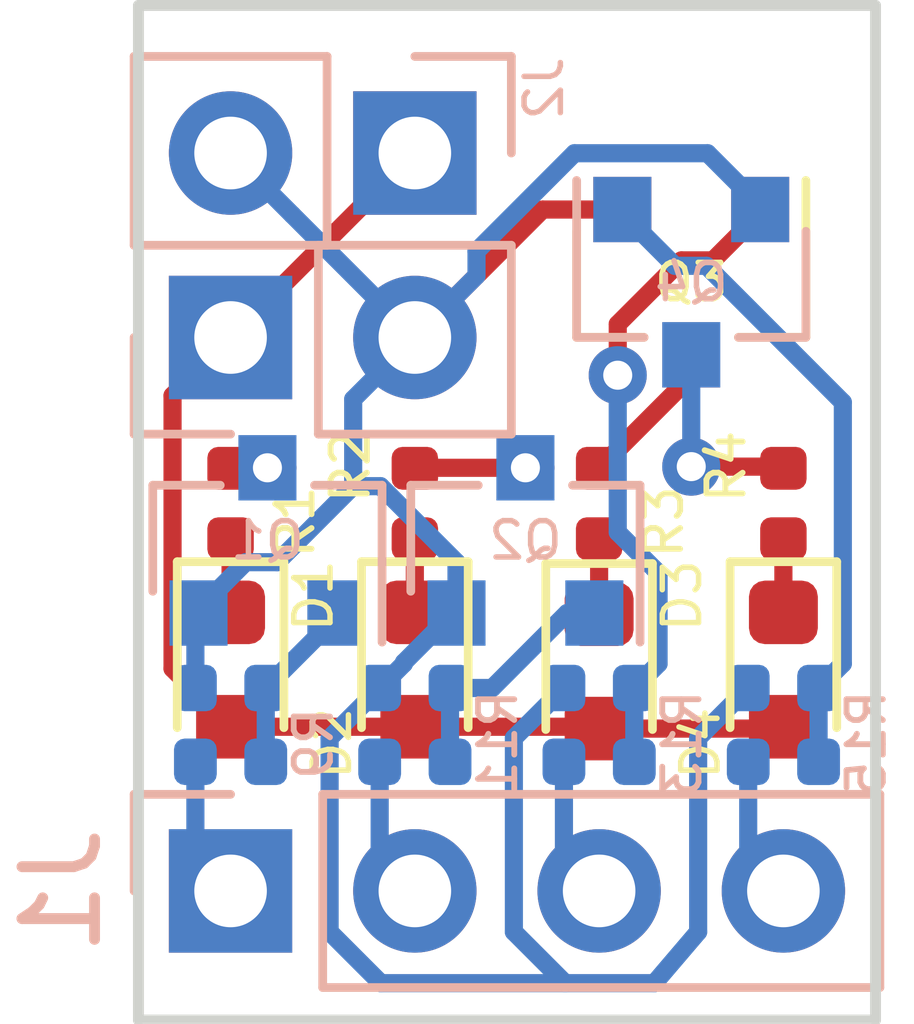
<source format=kicad_pcb>
(kicad_pcb (version 20171130) (host pcbnew "(5.0.2)-1")

  (general
    (thickness 1.6)
    (drawings 4)
    (tracks 95)
    (zones 0)
    (modules 23)
    (nets 19)
  )

  (page A4)
  (layers
    (0 F.Cu signal)
    (31 B.Cu signal)
    (32 B.Adhes user hide)
    (33 F.Adhes user hide)
    (34 B.Paste user hide)
    (35 F.Paste user hide)
    (36 B.SilkS user)
    (37 F.SilkS user)
    (38 B.Mask user hide)
    (39 F.Mask user hide)
    (40 Dwgs.User user hide)
    (41 Cmts.User user hide)
    (42 Eco1.User user hide)
    (43 Eco2.User user hide)
    (44 Edge.Cuts user)
    (45 Margin user hide)
    (46 B.CrtYd user)
    (47 F.CrtYd user)
    (48 B.Fab user hide)
    (49 F.Fab user hide)
  )

  (setup
    (last_trace_width 0.25)
    (trace_clearance 0.2)
    (zone_clearance 0.508)
    (zone_45_only no)
    (trace_min 0.2)
    (segment_width 0.2)
    (edge_width 0.15)
    (via_size 0.8)
    (via_drill 0.4)
    (via_min_size 0.4)
    (via_min_drill 0.3)
    (uvia_size 0.3)
    (uvia_drill 0.1)
    (uvias_allowed no)
    (uvia_min_size 0.2)
    (uvia_min_drill 0.1)
    (pcb_text_width 0.3)
    (pcb_text_size 1.5 1.5)
    (mod_edge_width 0.15)
    (mod_text_size 1 1)
    (mod_text_width 0.15)
    (pad_size 1.524 1.524)
    (pad_drill 0.762)
    (pad_to_mask_clearance 0.051)
    (solder_mask_min_width 0.25)
    (aux_axis_origin 0 0)
    (grid_origin 126.746 105.918)
    (visible_elements 7FFFFFFF)
    (pcbplotparams
      (layerselection 0x010fc_ffffffff)
      (usegerberextensions false)
      (usegerberattributes false)
      (usegerberadvancedattributes false)
      (creategerberjobfile false)
      (excludeedgelayer true)
      (linewidth 0.100000)
      (plotframeref false)
      (viasonmask false)
      (mode 1)
      (useauxorigin false)
      (hpglpennumber 1)
      (hpglpenspeed 20)
      (hpglpendiameter 15.000000)
      (psnegative false)
      (psa4output false)
      (plotreference true)
      (plotvalue true)
      (plotinvisibletext false)
      (padsonsilk false)
      (subtractmaskfromsilk false)
      (outputformat 1)
      (mirror false)
      (drillshape 0)
      (scaleselection 1)
      (outputdirectory "plots"))
  )

  (net 0 "")
  (net 1 "Net-(Q1-Pad1)")
  (net 2 "Net-(J1-Pad1)")
  (net 3 "Net-(Q4-Pad3)")
  (net 4 "Net-(D4-Pad1)")
  (net 5 "Net-(Q4-Pad1)")
  (net 6 "Net-(J1-Pad4)")
  (net 7 "Net-(Q3-Pad3)")
  (net 8 "Net-(D3-Pad1)")
  (net 9 "Net-(Q3-Pad1)")
  (net 10 "Net-(J1-Pad3)")
  (net 11 "Net-(Q2-Pad3)")
  (net 12 "Net-(D2-Pad1)")
  (net 13 "Net-(Q2-Pad1)")
  (net 14 "Net-(J1-Pad2)")
  (net 15 "Net-(Q1-Pad3)")
  (net 16 "Net-(D1-Pad1)")
  (net 17 GND)
  (net 18 VCC)

  (net_class Default "This is the default net class."
    (clearance 0.2)
    (trace_width 0.25)
    (via_dia 0.8)
    (via_drill 0.4)
    (uvia_dia 0.3)
    (uvia_drill 0.1)
    (add_net GND)
    (add_net "Net-(D1-Pad1)")
    (add_net "Net-(D2-Pad1)")
    (add_net "Net-(D3-Pad1)")
    (add_net "Net-(D4-Pad1)")
    (add_net "Net-(J1-Pad1)")
    (add_net "Net-(J1-Pad2)")
    (add_net "Net-(J1-Pad3)")
    (add_net "Net-(J1-Pad4)")
    (add_net "Net-(Q1-Pad1)")
    (add_net "Net-(Q1-Pad3)")
    (add_net "Net-(Q2-Pad1)")
    (add_net "Net-(Q2-Pad3)")
    (add_net "Net-(Q3-Pad1)")
    (add_net "Net-(Q3-Pad3)")
    (add_net "Net-(Q4-Pad1)")
    (add_net "Net-(Q4-Pad3)")
    (add_net VCC)
  )

  (module Connector_PinHeader_2.54mm:PinHeader_1x02_P2.54mm_Vertical (layer B.Cu) (tedit 5C710FCD) (tstamp 5C71E42C)
    (at 132.842 91.948 180)
    (descr "Through hole straight pin header, 1x02, 2.54mm pitch, single row")
    (tags "Through hole pin header THT 1x02 2.54mm single row")
    (path /5C70CE8D)
    (fp_text reference J2 (at -1.778 0.889 270) (layer B.SilkS)
      (effects (font (size 0.5 0.5) (thickness 0.075)) (justify mirror))
    )
    (fp_text value Conn_01x02_Male (at 0 -4.87 180) (layer B.Fab)
      (effects (font (size 1 1) (thickness 0.15)) (justify mirror))
    )
    (fp_line (start -0.635 1.27) (end 1.27 1.27) (layer B.Fab) (width 0.1))
    (fp_line (start 1.27 1.27) (end 1.27 -3.81) (layer B.Fab) (width 0.1))
    (fp_line (start 1.27 -3.81) (end -1.27 -3.81) (layer B.Fab) (width 0.1))
    (fp_line (start -1.27 -3.81) (end -1.27 0.635) (layer B.Fab) (width 0.1))
    (fp_line (start -1.27 0.635) (end -0.635 1.27) (layer B.Fab) (width 0.1))
    (fp_line (start -1.33 -3.87) (end 1.33 -3.87) (layer B.SilkS) (width 0.12))
    (fp_line (start -1.33 -1.27) (end -1.33 -3.87) (layer B.SilkS) (width 0.12))
    (fp_line (start 1.33 -1.27) (end 1.33 -3.87) (layer B.SilkS) (width 0.12))
    (fp_line (start -1.33 -1.27) (end 1.33 -1.27) (layer B.SilkS) (width 0.12))
    (fp_line (start -1.33 0) (end -1.33 1.33) (layer B.SilkS) (width 0.12))
    (fp_line (start -1.33 1.33) (end 0 1.33) (layer B.SilkS) (width 0.12))
    (fp_line (start -1.8 1.8) (end -1.8 -4.35) (layer B.CrtYd) (width 0.05))
    (fp_line (start -1.8 -4.35) (end 1.8 -4.35) (layer B.CrtYd) (width 0.05))
    (fp_line (start 1.8 -4.35) (end 1.8 1.8) (layer B.CrtYd) (width 0.05))
    (fp_line (start 1.8 1.8) (end -1.8 1.8) (layer B.CrtYd) (width 0.05))
    (fp_text user %R (at 0 -1.27 90) (layer B.Fab)
      (effects (font (size 1 1) (thickness 0.15)) (justify mirror))
    )
    (pad 1 thru_hole rect (at 0 0 180) (size 1.7 1.7) (drill 1) (layers *.Cu *.Mask)
      (net 18 VCC))
    (pad 2 thru_hole oval (at 0 -2.54 180) (size 1.7 1.7) (drill 1) (layers *.Cu *.Mask)
      (net 17 GND))
    (model ${KISYS3DMOD}/Connector_PinHeader_2.54mm.3dshapes/PinHeader_1x02_P2.54mm_Vertical.wrl
      (at (xyz 0 0 0))
      (scale (xyz 1 1 1))
      (rotate (xyz 0 0 0))
    )
  )

  (module Connector_PinHeader_2.54mm:PinHeader_1x04_P2.54mm_Vertical (layer B.Cu) (tedit 59FED5CC) (tstamp 5CD08789)
    (at 130.302 102.108 270)
    (descr "Through hole straight pin header, 1x04, 2.54mm pitch, single row")
    (tags "Through hole pin header THT 1x04 2.54mm single row")
    (path /5C70CCC1)
    (fp_text reference J1 (at 0 2.33 270) (layer B.SilkS)
      (effects (font (size 1 1) (thickness 0.15)) (justify mirror))
    )
    (fp_text value Conn_01x08_Male (at 0 -9.95 270) (layer B.Fab)
      (effects (font (size 1 1) (thickness 0.15)) (justify mirror))
    )
    (fp_line (start -0.635 1.27) (end 1.27 1.27) (layer B.Fab) (width 0.1))
    (fp_line (start 1.27 1.27) (end 1.27 -8.89) (layer B.Fab) (width 0.1))
    (fp_line (start 1.27 -8.89) (end -1.27 -8.89) (layer B.Fab) (width 0.1))
    (fp_line (start -1.27 -8.89) (end -1.27 0.635) (layer B.Fab) (width 0.1))
    (fp_line (start -1.27 0.635) (end -0.635 1.27) (layer B.Fab) (width 0.1))
    (fp_line (start -1.33 -8.95) (end 1.33 -8.95) (layer B.SilkS) (width 0.12))
    (fp_line (start -1.33 -1.27) (end -1.33 -8.95) (layer B.SilkS) (width 0.12))
    (fp_line (start 1.33 -1.27) (end 1.33 -8.95) (layer B.SilkS) (width 0.12))
    (fp_line (start -1.33 -1.27) (end 1.33 -1.27) (layer B.SilkS) (width 0.12))
    (fp_line (start -1.33 0) (end -1.33 1.33) (layer B.SilkS) (width 0.12))
    (fp_line (start -1.33 1.33) (end 0 1.33) (layer B.SilkS) (width 0.12))
    (fp_line (start -1.8 1.8) (end -1.8 -9.4) (layer B.CrtYd) (width 0.05))
    (fp_line (start -1.8 -9.4) (end 1.8 -9.4) (layer B.CrtYd) (width 0.05))
    (fp_line (start 1.8 -9.4) (end 1.8 1.8) (layer B.CrtYd) (width 0.05))
    (fp_line (start 1.8 1.8) (end -1.8 1.8) (layer B.CrtYd) (width 0.05))
    (fp_text user %R (at 0 -3.81 180) (layer B.Fab)
      (effects (font (size 1 1) (thickness 0.15)) (justify mirror))
    )
    (pad 1 thru_hole rect (at 0 0 270) (size 1.7 1.7) (drill 1) (layers *.Cu *.Mask)
      (net 2 "Net-(J1-Pad1)"))
    (pad 2 thru_hole oval (at 0 -2.54 270) (size 1.7 1.7) (drill 1) (layers *.Cu *.Mask)
      (net 14 "Net-(J1-Pad2)"))
    (pad 3 thru_hole oval (at 0 -5.08 270) (size 1.7 1.7) (drill 1) (layers *.Cu *.Mask)
      (net 10 "Net-(J1-Pad3)"))
    (pad 4 thru_hole oval (at 0 -7.62 270) (size 1.7 1.7) (drill 1) (layers *.Cu *.Mask)
      (net 6 "Net-(J1-Pad4)"))
    (model ${KISYS3DMOD}/Connector_PinHeader_2.54mm.3dshapes/PinHeader_1x04_P2.54mm_Vertical.wrl
      (at (xyz 0 0 0))
      (scale (xyz 1 1 1))
      (rotate (xyz 0 0 0))
    )
  )

  (module Resistor_SMD:R_0402_1005Metric (layer B.Cu) (tedit 5C75F6FE) (tstamp 5C760652)
    (at 137.922 99.314 180)
    (descr "Resistor SMD 0402 (1005 Metric), square (rectangular) end terminal, IPC_7351 nominal, (Body size source: http://www.tortai-tech.com/upload/download/2011102023233369053.pdf), generated with kicad-footprint-generator")
    (tags resistor)
    (path /5C796F6E)
    (attr smd)
    (fp_text reference R16 (at 0 1.17 180) (layer B.SilkS) hide
      (effects (font (size 1 1) (thickness 0.15)) (justify mirror))
    )
    (fp_text value 47k (at 0 -1.17 180) (layer B.Fab)
      (effects (font (size 1 1) (thickness 0.15)) (justify mirror))
    )
    (fp_text user %R (at 0 0 180) (layer B.Fab)
      (effects (font (size 0.25 0.25) (thickness 0.04)) (justify mirror))
    )
    (fp_line (start 0.93 -0.47) (end -0.93 -0.47) (layer B.CrtYd) (width 0.05))
    (fp_line (start 0.93 0.47) (end 0.93 -0.47) (layer B.CrtYd) (width 0.05))
    (fp_line (start -0.93 0.47) (end 0.93 0.47) (layer B.CrtYd) (width 0.05))
    (fp_line (start -0.93 -0.47) (end -0.93 0.47) (layer B.CrtYd) (width 0.05))
    (fp_line (start 0.5 -0.25) (end -0.5 -0.25) (layer B.Fab) (width 0.1))
    (fp_line (start 0.5 0.25) (end 0.5 -0.25) (layer B.Fab) (width 0.1))
    (fp_line (start -0.5 0.25) (end 0.5 0.25) (layer B.Fab) (width 0.1))
    (fp_line (start -0.5 -0.25) (end -0.5 0.25) (layer B.Fab) (width 0.1))
    (pad 2 smd roundrect (at 0.485 0 180) (size 0.59 0.64) (layers B.Cu B.Paste B.Mask) (roundrect_rratio 0.25)
      (net 17 GND))
    (pad 1 smd roundrect (at -0.485 0 180) (size 0.59 0.64) (layers B.Cu B.Paste B.Mask) (roundrect_rratio 0.25)
      (net 5 "Net-(Q4-Pad1)"))
    (model ${KISYS3DMOD}/Resistor_SMD.3dshapes/R_0402_1005Metric.wrl
      (at (xyz 0 0 0))
      (scale (xyz 1 1 1))
      (rotate (xyz 0 0 0))
    )
  )

  (module Resistor_SMD:R_0402_1005Metric (layer B.Cu) (tedit 5C75F789) (tstamp 5C760644)
    (at 137.922 100.33)
    (descr "Resistor SMD 0402 (1005 Metric), square (rectangular) end terminal, IPC_7351 nominal, (Body size source: http://www.tortai-tech.com/upload/download/2011102023233369053.pdf), generated with kicad-footprint-generator")
    (tags resistor)
    (path /5C710270)
    (attr smd)
    (fp_text reference R15 (at 1.143 -0.254 90) (layer B.SilkS)
      (effects (font (size 0.5 0.5) (thickness 0.08)) (justify mirror))
    )
    (fp_text value 47k (at 0 -1.17) (layer B.Fab)
      (effects (font (size 1 1) (thickness 0.15)) (justify mirror))
    )
    (fp_line (start -0.5 -0.25) (end -0.5 0.25) (layer B.Fab) (width 0.1))
    (fp_line (start -0.5 0.25) (end 0.5 0.25) (layer B.Fab) (width 0.1))
    (fp_line (start 0.5 0.25) (end 0.5 -0.25) (layer B.Fab) (width 0.1))
    (fp_line (start 0.5 -0.25) (end -0.5 -0.25) (layer B.Fab) (width 0.1))
    (fp_line (start -0.93 -0.47) (end -0.93 0.47) (layer B.CrtYd) (width 0.05))
    (fp_line (start -0.93 0.47) (end 0.93 0.47) (layer B.CrtYd) (width 0.05))
    (fp_line (start 0.93 0.47) (end 0.93 -0.47) (layer B.CrtYd) (width 0.05))
    (fp_line (start 0.93 -0.47) (end -0.93 -0.47) (layer B.CrtYd) (width 0.05))
    (fp_text user %R (at 0 0) (layer B.Fab)
      (effects (font (size 0.25 0.25) (thickness 0.04)) (justify mirror))
    )
    (pad 1 smd roundrect (at -0.485 0) (size 0.59 0.64) (layers B.Cu B.Paste B.Mask) (roundrect_rratio 0.25)
      (net 6 "Net-(J1-Pad4)"))
    (pad 2 smd roundrect (at 0.485 0) (size 0.59 0.64) (layers B.Cu B.Paste B.Mask) (roundrect_rratio 0.25)
      (net 5 "Net-(Q4-Pad1)"))
    (model ${KISYS3DMOD}/Resistor_SMD.3dshapes/R_0402_1005Metric.wrl
      (at (xyz 0 0 0))
      (scale (xyz 1 1 1))
      (rotate (xyz 0 0 0))
    )
  )

  (module Resistor_SMD:R_0402_1005Metric (layer B.Cu) (tedit 5C75F7B2) (tstamp 5C76060C)
    (at 130.302 100.33)
    (descr "Resistor SMD 0402 (1005 Metric), square (rectangular) end terminal, IPC_7351 nominal, (Body size source: http://www.tortai-tech.com/upload/download/2011102023233369053.pdf), generated with kicad-footprint-generator")
    (tags resistor)
    (path /5C70EAA3)
    (attr smd)
    (fp_text reference R9 (at 1.143 -0.254 90) (layer B.SilkS)
      (effects (font (size 0.5 0.5) (thickness 0.08)) (justify mirror))
    )
    (fp_text value 47k (at 0 -1.17) (layer B.Fab)
      (effects (font (size 1 1) (thickness 0.15)) (justify mirror))
    )
    (fp_line (start -0.5 -0.25) (end -0.5 0.25) (layer B.Fab) (width 0.1))
    (fp_line (start -0.5 0.25) (end 0.5 0.25) (layer B.Fab) (width 0.1))
    (fp_line (start 0.5 0.25) (end 0.5 -0.25) (layer B.Fab) (width 0.1))
    (fp_line (start 0.5 -0.25) (end -0.5 -0.25) (layer B.Fab) (width 0.1))
    (fp_line (start -0.93 -0.47) (end -0.93 0.47) (layer B.CrtYd) (width 0.05))
    (fp_line (start -0.93 0.47) (end 0.93 0.47) (layer B.CrtYd) (width 0.05))
    (fp_line (start 0.93 0.47) (end 0.93 -0.47) (layer B.CrtYd) (width 0.05))
    (fp_line (start 0.93 -0.47) (end -0.93 -0.47) (layer B.CrtYd) (width 0.05))
    (fp_text user %R (at 0 0) (layer B.Fab)
      (effects (font (size 0.25 0.25) (thickness 0.04)) (justify mirror))
    )
    (pad 1 smd roundrect (at -0.485 0) (size 0.59 0.64) (layers B.Cu B.Paste B.Mask) (roundrect_rratio 0.25)
      (net 2 "Net-(J1-Pad1)"))
    (pad 2 smd roundrect (at 0.485 0) (size 0.59 0.64) (layers B.Cu B.Paste B.Mask) (roundrect_rratio 0.25)
      (net 1 "Net-(Q1-Pad1)"))
    (model ${KISYS3DMOD}/Resistor_SMD.3dshapes/R_0402_1005Metric.wrl
      (at (xyz 0 0 0))
      (scale (xyz 1 1 1))
      (rotate (xyz 0 0 0))
    )
  )

  (module Resistor_SMD:R_0402_1005Metric (layer B.Cu) (tedit 5C75F70E) (tstamp 5C7605FE)
    (at 130.302 99.314 180)
    (descr "Resistor SMD 0402 (1005 Metric), square (rectangular) end terminal, IPC_7351 nominal, (Body size source: http://www.tortai-tech.com/upload/download/2011102023233369053.pdf), generated with kicad-footprint-generator")
    (tags resistor)
    (path /5C796DF0)
    (attr smd)
    (fp_text reference R10 (at 0 1.17 180) (layer B.SilkS) hide
      (effects (font (size 1 1) (thickness 0.15)) (justify mirror))
    )
    (fp_text value 47k (at 0 -1.17 180) (layer B.Fab)
      (effects (font (size 1 1) (thickness 0.15)) (justify mirror))
    )
    (fp_text user %R (at 0 0 180) (layer B.Fab)
      (effects (font (size 0.25 0.25) (thickness 0.04)) (justify mirror))
    )
    (fp_line (start 0.93 -0.47) (end -0.93 -0.47) (layer B.CrtYd) (width 0.05))
    (fp_line (start 0.93 0.47) (end 0.93 -0.47) (layer B.CrtYd) (width 0.05))
    (fp_line (start -0.93 0.47) (end 0.93 0.47) (layer B.CrtYd) (width 0.05))
    (fp_line (start -0.93 -0.47) (end -0.93 0.47) (layer B.CrtYd) (width 0.05))
    (fp_line (start 0.5 -0.25) (end -0.5 -0.25) (layer B.Fab) (width 0.1))
    (fp_line (start 0.5 0.25) (end 0.5 -0.25) (layer B.Fab) (width 0.1))
    (fp_line (start -0.5 0.25) (end 0.5 0.25) (layer B.Fab) (width 0.1))
    (fp_line (start -0.5 -0.25) (end -0.5 0.25) (layer B.Fab) (width 0.1))
    (pad 2 smd roundrect (at 0.485 0 180) (size 0.59 0.64) (layers B.Cu B.Paste B.Mask) (roundrect_rratio 0.25)
      (net 17 GND))
    (pad 1 smd roundrect (at -0.485 0 180) (size 0.59 0.64) (layers B.Cu B.Paste B.Mask) (roundrect_rratio 0.25)
      (net 1 "Net-(Q1-Pad1)"))
    (model ${KISYS3DMOD}/Resistor_SMD.3dshapes/R_0402_1005Metric.wrl
      (at (xyz 0 0 0))
      (scale (xyz 1 1 1))
      (rotate (xyz 0 0 0))
    )
  )

  (module Resistor_SMD:R_0402_1005Metric (layer B.Cu) (tedit 5C75F7A3) (tstamp 5C7605F0)
    (at 132.842 100.33)
    (descr "Resistor SMD 0402 (1005 Metric), square (rectangular) end terminal, IPC_7351 nominal, (Body size source: http://www.tortai-tech.com/upload/download/2011102023233369053.pdf), generated with kicad-footprint-generator")
    (tags resistor)
    (path /5C70FA46)
    (attr smd)
    (fp_text reference R11 (at 1.143 -0.254 90) (layer B.SilkS)
      (effects (font (size 0.5 0.5) (thickness 0.08)) (justify mirror))
    )
    (fp_text value 47k (at 0 -1.17) (layer B.Fab)
      (effects (font (size 1 1) (thickness 0.15)) (justify mirror))
    )
    (fp_line (start -0.5 -0.25) (end -0.5 0.25) (layer B.Fab) (width 0.1))
    (fp_line (start -0.5 0.25) (end 0.5 0.25) (layer B.Fab) (width 0.1))
    (fp_line (start 0.5 0.25) (end 0.5 -0.25) (layer B.Fab) (width 0.1))
    (fp_line (start 0.5 -0.25) (end -0.5 -0.25) (layer B.Fab) (width 0.1))
    (fp_line (start -0.93 -0.47) (end -0.93 0.47) (layer B.CrtYd) (width 0.05))
    (fp_line (start -0.93 0.47) (end 0.93 0.47) (layer B.CrtYd) (width 0.05))
    (fp_line (start 0.93 0.47) (end 0.93 -0.47) (layer B.CrtYd) (width 0.05))
    (fp_line (start 0.93 -0.47) (end -0.93 -0.47) (layer B.CrtYd) (width 0.05))
    (fp_text user %R (at 0 0) (layer B.Fab)
      (effects (font (size 0.25 0.25) (thickness 0.04)) (justify mirror))
    )
    (pad 1 smd roundrect (at -0.485 0) (size 0.59 0.64) (layers B.Cu B.Paste B.Mask) (roundrect_rratio 0.25)
      (net 14 "Net-(J1-Pad2)"))
    (pad 2 smd roundrect (at 0.485 0) (size 0.59 0.64) (layers B.Cu B.Paste B.Mask) (roundrect_rratio 0.25)
      (net 13 "Net-(Q2-Pad1)"))
    (model ${KISYS3DMOD}/Resistor_SMD.3dshapes/R_0402_1005Metric.wrl
      (at (xyz 0 0 0))
      (scale (xyz 1 1 1))
      (rotate (xyz 0 0 0))
    )
  )

  (module Resistor_SMD:R_0402_1005Metric (layer B.Cu) (tedit 5C75F70A) (tstamp 5C7605E2)
    (at 132.842 99.314 180)
    (descr "Resistor SMD 0402 (1005 Metric), square (rectangular) end terminal, IPC_7351 nominal, (Body size source: http://www.tortai-tech.com/upload/download/2011102023233369053.pdf), generated with kicad-footprint-generator")
    (tags resistor)
    (path /5C796E7A)
    (attr smd)
    (fp_text reference R12 (at 0 1.17 180) (layer B.SilkS) hide
      (effects (font (size 1 1) (thickness 0.15)) (justify mirror))
    )
    (fp_text value 47k (at 0 -1.17 180) (layer B.Fab)
      (effects (font (size 1 1) (thickness 0.15)) (justify mirror))
    )
    (fp_text user %R (at 0 0 180) (layer B.Fab)
      (effects (font (size 0.25 0.25) (thickness 0.04)) (justify mirror))
    )
    (fp_line (start 0.93 -0.47) (end -0.93 -0.47) (layer B.CrtYd) (width 0.05))
    (fp_line (start 0.93 0.47) (end 0.93 -0.47) (layer B.CrtYd) (width 0.05))
    (fp_line (start -0.93 0.47) (end 0.93 0.47) (layer B.CrtYd) (width 0.05))
    (fp_line (start -0.93 -0.47) (end -0.93 0.47) (layer B.CrtYd) (width 0.05))
    (fp_line (start 0.5 -0.25) (end -0.5 -0.25) (layer B.Fab) (width 0.1))
    (fp_line (start 0.5 0.25) (end 0.5 -0.25) (layer B.Fab) (width 0.1))
    (fp_line (start -0.5 0.25) (end 0.5 0.25) (layer B.Fab) (width 0.1))
    (fp_line (start -0.5 -0.25) (end -0.5 0.25) (layer B.Fab) (width 0.1))
    (pad 2 smd roundrect (at 0.485 0 180) (size 0.59 0.64) (layers B.Cu B.Paste B.Mask) (roundrect_rratio 0.25)
      (net 17 GND))
    (pad 1 smd roundrect (at -0.485 0 180) (size 0.59 0.64) (layers B.Cu B.Paste B.Mask) (roundrect_rratio 0.25)
      (net 13 "Net-(Q2-Pad1)"))
    (model ${KISYS3DMOD}/Resistor_SMD.3dshapes/R_0402_1005Metric.wrl
      (at (xyz 0 0 0))
      (scale (xyz 1 1 1))
      (rotate (xyz 0 0 0))
    )
  )

  (module Resistor_SMD:R_0402_1005Metric (layer B.Cu) (tedit 5C75F795) (tstamp 5C7605D4)
    (at 135.382 100.33)
    (descr "Resistor SMD 0402 (1005 Metric), square (rectangular) end terminal, IPC_7351 nominal, (Body size source: http://www.tortai-tech.com/upload/download/2011102023233369053.pdf), generated with kicad-footprint-generator")
    (tags resistor)
    (path /5C70FF88)
    (attr smd)
    (fp_text reference R13 (at 1.143 -0.254 90) (layer B.SilkS)
      (effects (font (size 0.5 0.5) (thickness 0.08)) (justify mirror))
    )
    (fp_text value 47k (at 0 -1.17) (layer B.Fab)
      (effects (font (size 1 1) (thickness 0.15)) (justify mirror))
    )
    (fp_line (start -0.5 -0.25) (end -0.5 0.25) (layer B.Fab) (width 0.1))
    (fp_line (start -0.5 0.25) (end 0.5 0.25) (layer B.Fab) (width 0.1))
    (fp_line (start 0.5 0.25) (end 0.5 -0.25) (layer B.Fab) (width 0.1))
    (fp_line (start 0.5 -0.25) (end -0.5 -0.25) (layer B.Fab) (width 0.1))
    (fp_line (start -0.93 -0.47) (end -0.93 0.47) (layer B.CrtYd) (width 0.05))
    (fp_line (start -0.93 0.47) (end 0.93 0.47) (layer B.CrtYd) (width 0.05))
    (fp_line (start 0.93 0.47) (end 0.93 -0.47) (layer B.CrtYd) (width 0.05))
    (fp_line (start 0.93 -0.47) (end -0.93 -0.47) (layer B.CrtYd) (width 0.05))
    (fp_text user %R (at 0 0) (layer B.Fab)
      (effects (font (size 0.25 0.25) (thickness 0.04)) (justify mirror))
    )
    (pad 1 smd roundrect (at -0.485 0) (size 0.59 0.64) (layers B.Cu B.Paste B.Mask) (roundrect_rratio 0.25)
      (net 10 "Net-(J1-Pad3)"))
    (pad 2 smd roundrect (at 0.485 0) (size 0.59 0.64) (layers B.Cu B.Paste B.Mask) (roundrect_rratio 0.25)
      (net 9 "Net-(Q3-Pad1)"))
    (model ${KISYS3DMOD}/Resistor_SMD.3dshapes/R_0402_1005Metric.wrl
      (at (xyz 0 0 0))
      (scale (xyz 1 1 1))
      (rotate (xyz 0 0 0))
    )
  )

  (module Resistor_SMD:R_0402_1005Metric (layer B.Cu) (tedit 5C75F702) (tstamp 5C7605C6)
    (at 135.382 99.314 180)
    (descr "Resistor SMD 0402 (1005 Metric), square (rectangular) end terminal, IPC_7351 nominal, (Body size source: http://www.tortai-tech.com/upload/download/2011102023233369053.pdf), generated with kicad-footprint-generator")
    (tags resistor)
    (path /5C796EF8)
    (attr smd)
    (fp_text reference R14 (at 0 1.17 180) (layer B.SilkS) hide
      (effects (font (size 1 1) (thickness 0.15)) (justify mirror))
    )
    (fp_text value 47k (at 0 -1.17 180) (layer B.Fab)
      (effects (font (size 1 1) (thickness 0.15)) (justify mirror))
    )
    (fp_text user %R (at 0 0 180) (layer B.Fab)
      (effects (font (size 0.25 0.25) (thickness 0.04)) (justify mirror))
    )
    (fp_line (start 0.93 -0.47) (end -0.93 -0.47) (layer B.CrtYd) (width 0.05))
    (fp_line (start 0.93 0.47) (end 0.93 -0.47) (layer B.CrtYd) (width 0.05))
    (fp_line (start -0.93 0.47) (end 0.93 0.47) (layer B.CrtYd) (width 0.05))
    (fp_line (start -0.93 -0.47) (end -0.93 0.47) (layer B.CrtYd) (width 0.05))
    (fp_line (start 0.5 -0.25) (end -0.5 -0.25) (layer B.Fab) (width 0.1))
    (fp_line (start 0.5 0.25) (end 0.5 -0.25) (layer B.Fab) (width 0.1))
    (fp_line (start -0.5 0.25) (end 0.5 0.25) (layer B.Fab) (width 0.1))
    (fp_line (start -0.5 -0.25) (end -0.5 0.25) (layer B.Fab) (width 0.1))
    (pad 2 smd roundrect (at 0.485 0 180) (size 0.59 0.64) (layers B.Cu B.Paste B.Mask) (roundrect_rratio 0.25)
      (net 17 GND))
    (pad 1 smd roundrect (at -0.485 0 180) (size 0.59 0.64) (layers B.Cu B.Paste B.Mask) (roundrect_rratio 0.25)
      (net 9 "Net-(Q3-Pad1)"))
    (model ${KISYS3DMOD}/Resistor_SMD.3dshapes/R_0402_1005Metric.wrl
      (at (xyz 0 0 0))
      (scale (xyz 1 1 1))
      (rotate (xyz 0 0 0))
    )
  )

  (module Resistor_SMD:R_0402_1005Metric (layer F.Cu) (tedit 5C75EAC6) (tstamp 5C76094D)
    (at 137.922 96.774 90)
    (descr "Resistor SMD 0402 (1005 Metric), square (rectangular) end terminal, IPC_7351 nominal, (Body size source: http://www.tortai-tech.com/upload/download/2011102023233369053.pdf), generated with kicad-footprint-generator")
    (tags resistor)
    (path /5C710258)
    (attr smd)
    (fp_text reference R4 (at 0.508 -0.789 90) (layer F.SilkS)
      (effects (font (size 0.5 0.5) (thickness 0.08)))
    )
    (fp_text value 560 (at 0 1.17 90) (layer F.Fab)
      (effects (font (size 1 1) (thickness 0.15)))
    )
    (fp_line (start -0.5 0.25) (end -0.5 -0.25) (layer F.Fab) (width 0.1))
    (fp_line (start -0.5 -0.25) (end 0.5 -0.25) (layer F.Fab) (width 0.1))
    (fp_line (start 0.5 -0.25) (end 0.5 0.25) (layer F.Fab) (width 0.1))
    (fp_line (start 0.5 0.25) (end -0.5 0.25) (layer F.Fab) (width 0.1))
    (fp_line (start -0.93 0.47) (end -0.93 -0.47) (layer F.CrtYd) (width 0.05))
    (fp_line (start -0.93 -0.47) (end 0.93 -0.47) (layer F.CrtYd) (width 0.05))
    (fp_line (start 0.93 -0.47) (end 0.93 0.47) (layer F.CrtYd) (width 0.05))
    (fp_line (start 0.93 0.47) (end -0.93 0.47) (layer F.CrtYd) (width 0.05))
    (fp_text user %R (at 0 0 90) (layer F.Fab)
      (effects (font (size 0.25 0.25) (thickness 0.04)))
    )
    (pad 1 smd roundrect (at -0.485 0 90) (size 0.59 0.64) (layers F.Cu F.Paste F.Mask) (roundrect_rratio 0.25)
      (net 4 "Net-(D4-Pad1)"))
    (pad 2 smd roundrect (at 0.485 0 90) (size 0.59 0.64) (layers F.Cu F.Paste F.Mask) (roundrect_rratio 0.25)
      (net 3 "Net-(Q4-Pad3)"))
    (model ${KISYS3DMOD}/Resistor_SMD.3dshapes/R_0402_1005Metric.wrl
      (at (xyz 0 0 0))
      (scale (xyz 1 1 1))
      (rotate (xyz 0 0 0))
    )
  )

  (module Resistor_SMD:R_0402_1005Metric (layer F.Cu) (tedit 5C75EAC0) (tstamp 5C76053A)
    (at 135.382 96.774 90)
    (descr "Resistor SMD 0402 (1005 Metric), square (rectangular) end terminal, IPC_7351 nominal, (Body size source: http://www.tortai-tech.com/upload/download/2011102023233369053.pdf), generated with kicad-footprint-generator")
    (tags resistor)
    (path /5C70FF70)
    (attr smd)
    (fp_text reference R3 (at -0.254 0.889 90) (layer F.SilkS)
      (effects (font (size 0.5 0.5) (thickness 0.08)))
    )
    (fp_text value 560 (at 0 1.17 90) (layer F.Fab)
      (effects (font (size 1 1) (thickness 0.15)))
    )
    (fp_text user %R (at 0 0 90) (layer F.Fab)
      (effects (font (size 0.25 0.25) (thickness 0.04)))
    )
    (fp_line (start 0.93 0.47) (end -0.93 0.47) (layer F.CrtYd) (width 0.05))
    (fp_line (start 0.93 -0.47) (end 0.93 0.47) (layer F.CrtYd) (width 0.05))
    (fp_line (start -0.93 -0.47) (end 0.93 -0.47) (layer F.CrtYd) (width 0.05))
    (fp_line (start -0.93 0.47) (end -0.93 -0.47) (layer F.CrtYd) (width 0.05))
    (fp_line (start 0.5 0.25) (end -0.5 0.25) (layer F.Fab) (width 0.1))
    (fp_line (start 0.5 -0.25) (end 0.5 0.25) (layer F.Fab) (width 0.1))
    (fp_line (start -0.5 -0.25) (end 0.5 -0.25) (layer F.Fab) (width 0.1))
    (fp_line (start -0.5 0.25) (end -0.5 -0.25) (layer F.Fab) (width 0.1))
    (pad 2 smd roundrect (at 0.485 0 90) (size 0.59 0.64) (layers F.Cu F.Paste F.Mask) (roundrect_rratio 0.25)
      (net 7 "Net-(Q3-Pad3)"))
    (pad 1 smd roundrect (at -0.485 0 90) (size 0.59 0.64) (layers F.Cu F.Paste F.Mask) (roundrect_rratio 0.25)
      (net 8 "Net-(D3-Pad1)"))
    (model ${KISYS3DMOD}/Resistor_SMD.3dshapes/R_0402_1005Metric.wrl
      (at (xyz 0 0 0))
      (scale (xyz 1 1 1))
      (rotate (xyz 0 0 0))
    )
  )

  (module Resistor_SMD:R_0402_1005Metric (layer F.Cu) (tedit 5C75EAAE) (tstamp 5C76052C)
    (at 132.842 96.774 90)
    (descr "Resistor SMD 0402 (1005 Metric), square (rectangular) end terminal, IPC_7351 nominal, (Body size source: http://www.tortai-tech.com/upload/download/2011102023233369053.pdf), generated with kicad-footprint-generator")
    (tags resistor)
    (path /5C70FA2E)
    (attr smd)
    (fp_text reference R2 (at 0.508 -0.889 90) (layer F.SilkS)
      (effects (font (size 0.5 0.5) (thickness 0.08)))
    )
    (fp_text value 560 (at 0 1.17 90) (layer F.Fab)
      (effects (font (size 1 1) (thickness 0.15)))
    )
    (fp_line (start -0.5 0.25) (end -0.5 -0.25) (layer F.Fab) (width 0.1))
    (fp_line (start -0.5 -0.25) (end 0.5 -0.25) (layer F.Fab) (width 0.1))
    (fp_line (start 0.5 -0.25) (end 0.5 0.25) (layer F.Fab) (width 0.1))
    (fp_line (start 0.5 0.25) (end -0.5 0.25) (layer F.Fab) (width 0.1))
    (fp_line (start -0.93 0.47) (end -0.93 -0.47) (layer F.CrtYd) (width 0.05))
    (fp_line (start -0.93 -0.47) (end 0.93 -0.47) (layer F.CrtYd) (width 0.05))
    (fp_line (start 0.93 -0.47) (end 0.93 0.47) (layer F.CrtYd) (width 0.05))
    (fp_line (start 0.93 0.47) (end -0.93 0.47) (layer F.CrtYd) (width 0.05))
    (fp_text user %R (at 0 0 90) (layer F.Fab)
      (effects (font (size 0.25 0.25) (thickness 0.04)))
    )
    (pad 1 smd roundrect (at -0.485 0 90) (size 0.59 0.64) (layers F.Cu F.Paste F.Mask) (roundrect_rratio 0.25)
      (net 12 "Net-(D2-Pad1)"))
    (pad 2 smd roundrect (at 0.485 0 90) (size 0.59 0.64) (layers F.Cu F.Paste F.Mask) (roundrect_rratio 0.25)
      (net 11 "Net-(Q2-Pad3)"))
    (model ${KISYS3DMOD}/Resistor_SMD.3dshapes/R_0402_1005Metric.wrl
      (at (xyz 0 0 0))
      (scale (xyz 1 1 1))
      (rotate (xyz 0 0 0))
    )
  )

  (module Resistor_SMD:R_0402_1005Metric (layer F.Cu) (tedit 5C75EAA7) (tstamp 5C76051E)
    (at 130.302 96.774 90)
    (descr "Resistor SMD 0402 (1005 Metric), square (rectangular) end terminal, IPC_7351 nominal, (Body size source: http://www.tortai-tech.com/upload/download/2011102023233369053.pdf), generated with kicad-footprint-generator")
    (tags resistor)
    (path /5C70E019)
    (attr smd)
    (fp_text reference R1 (at -0.254 0.889 90) (layer F.SilkS)
      (effects (font (size 0.5 0.5) (thickness 0.08)))
    )
    (fp_text value 560 (at 0 1.17 90) (layer F.Fab)
      (effects (font (size 1 1) (thickness 0.15)))
    )
    (fp_text user %R (at 0 0 90) (layer F.Fab)
      (effects (font (size 0.25 0.25) (thickness 0.04)))
    )
    (fp_line (start 0.93 0.47) (end -0.93 0.47) (layer F.CrtYd) (width 0.05))
    (fp_line (start 0.93 -0.47) (end 0.93 0.47) (layer F.CrtYd) (width 0.05))
    (fp_line (start -0.93 -0.47) (end 0.93 -0.47) (layer F.CrtYd) (width 0.05))
    (fp_line (start -0.93 0.47) (end -0.93 -0.47) (layer F.CrtYd) (width 0.05))
    (fp_line (start 0.5 0.25) (end -0.5 0.25) (layer F.Fab) (width 0.1))
    (fp_line (start 0.5 -0.25) (end 0.5 0.25) (layer F.Fab) (width 0.1))
    (fp_line (start -0.5 -0.25) (end 0.5 -0.25) (layer F.Fab) (width 0.1))
    (fp_line (start -0.5 0.25) (end -0.5 -0.25) (layer F.Fab) (width 0.1))
    (pad 2 smd roundrect (at 0.485 0 90) (size 0.59 0.64) (layers F.Cu F.Paste F.Mask) (roundrect_rratio 0.25)
      (net 15 "Net-(Q1-Pad3)"))
    (pad 1 smd roundrect (at -0.485 0 90) (size 0.59 0.64) (layers F.Cu F.Paste F.Mask) (roundrect_rratio 0.25)
      (net 16 "Net-(D1-Pad1)"))
    (model ${KISYS3DMOD}/Resistor_SMD.3dshapes/R_0402_1005Metric.wrl
      (at (xyz 0 0 0))
      (scale (xyz 1 1 1))
      (rotate (xyz 0 0 0))
    )
  )

  (module Connector_PinHeader_2.54mm:PinHeader_1x02_P2.54mm_Vertical (layer B.Cu) (tedit 5C75F7D9) (tstamp 5C723812)
    (at 130.302 94.488)
    (descr "Through hole straight pin header, 1x02, 2.54mm pitch, single row")
    (tags "Through hole pin header THT 1x02 2.54mm single row")
    (path /5C70CE8D)
    (fp_text reference J2 (at -0.762 1.778) (layer B.SilkS) hide
      (effects (font (size 0.5 0.5) (thickness 0.075)) (justify mirror))
    )
    (fp_text value Conn_01x02_Male (at 0 -4.87) (layer B.Fab)
      (effects (font (size 1 1) (thickness 0.15)) (justify mirror))
    )
    (fp_text user %R (at 0 -1.27 -90) (layer B.Fab)
      (effects (font (size 1 1) (thickness 0.15)) (justify mirror))
    )
    (fp_line (start 1.8 1.8) (end -1.8 1.8) (layer B.CrtYd) (width 0.05))
    (fp_line (start 1.8 -4.35) (end 1.8 1.8) (layer B.CrtYd) (width 0.05))
    (fp_line (start -1.8 -4.35) (end 1.8 -4.35) (layer B.CrtYd) (width 0.05))
    (fp_line (start -1.8 1.8) (end -1.8 -4.35) (layer B.CrtYd) (width 0.05))
    (fp_line (start -1.33 1.33) (end 0 1.33) (layer B.SilkS) (width 0.12))
    (fp_line (start -1.33 0) (end -1.33 1.33) (layer B.SilkS) (width 0.12))
    (fp_line (start -1.33 -1.27) (end 1.33 -1.27) (layer B.SilkS) (width 0.12))
    (fp_line (start 1.33 -1.27) (end 1.33 -3.87) (layer B.SilkS) (width 0.12))
    (fp_line (start -1.33 -1.27) (end -1.33 -3.87) (layer B.SilkS) (width 0.12))
    (fp_line (start -1.33 -3.87) (end 1.33 -3.87) (layer B.SilkS) (width 0.12))
    (fp_line (start -1.27 0.635) (end -0.635 1.27) (layer B.Fab) (width 0.1))
    (fp_line (start -1.27 -3.81) (end -1.27 0.635) (layer B.Fab) (width 0.1))
    (fp_line (start 1.27 -3.81) (end -1.27 -3.81) (layer B.Fab) (width 0.1))
    (fp_line (start 1.27 1.27) (end 1.27 -3.81) (layer B.Fab) (width 0.1))
    (fp_line (start -0.635 1.27) (end 1.27 1.27) (layer B.Fab) (width 0.1))
    (pad 2 thru_hole oval (at 0 -2.54) (size 1.7 1.7) (drill 1) (layers *.Cu *.Mask)
      (net 17 GND))
    (pad 1 thru_hole rect (at 0 0) (size 1.7 1.7) (drill 1) (layers *.Cu *.Mask)
      (net 18 VCC))
    (model ${KISYS3DMOD}/Connector_PinHeader_2.54mm.3dshapes/PinHeader_1x02_P2.54mm_Vertical.wrl
      (at (xyz 0 0 0))
      (scale (xyz 1 1 1))
      (rotate (xyz 0 0 0))
    )
  )

  (module LED_SMD:LED_0603_1608Metric (layer F.Cu) (tedit 5C710EC4) (tstamp 5C71E3AE)
    (at 137.922 99.06 270)
    (descr "LED SMD 0603 (1608 Metric), square (rectangular) end terminal, IPC_7351 nominal, (Body size source: http://www.tortai-tech.com/upload/download/2011102023233369053.pdf), generated with kicad-footprint-generator")
    (tags diode)
    (path /5C71024B)
    (attr smd)
    (fp_text reference D4 (at 1.016 1.143 270) (layer F.SilkS)
      (effects (font (size 0.5 0.5) (thickness 0.075)))
    )
    (fp_text value LED (at 0 1.43 270) (layer F.Fab)
      (effects (font (size 1 1) (thickness 0.15)))
    )
    (fp_text user %R (at 0 0 270) (layer F.Fab)
      (effects (font (size 0.4 0.4) (thickness 0.06)))
    )
    (fp_line (start 1.48 0.73) (end -1.48 0.73) (layer F.CrtYd) (width 0.05))
    (fp_line (start 1.48 -0.73) (end 1.48 0.73) (layer F.CrtYd) (width 0.05))
    (fp_line (start -1.48 -0.73) (end 1.48 -0.73) (layer F.CrtYd) (width 0.05))
    (fp_line (start -1.48 0.73) (end -1.48 -0.73) (layer F.CrtYd) (width 0.05))
    (fp_line (start -1.485 0.735) (end 0.8 0.735) (layer F.SilkS) (width 0.12))
    (fp_line (start -1.485 -0.735) (end -1.485 0.735) (layer F.SilkS) (width 0.12))
    (fp_line (start 0.8 -0.735) (end -1.485 -0.735) (layer F.SilkS) (width 0.12))
    (fp_line (start 0.8 0.4) (end 0.8 -0.4) (layer F.Fab) (width 0.1))
    (fp_line (start -0.8 0.4) (end 0.8 0.4) (layer F.Fab) (width 0.1))
    (fp_line (start -0.8 -0.1) (end -0.8 0.4) (layer F.Fab) (width 0.1))
    (fp_line (start -0.5 -0.4) (end -0.8 -0.1) (layer F.Fab) (width 0.1))
    (fp_line (start 0.8 -0.4) (end -0.5 -0.4) (layer F.Fab) (width 0.1))
    (pad 2 smd roundrect (at 0.7875 0 270) (size 0.875 0.95) (layers F.Cu F.Paste F.Mask) (roundrect_rratio 0.25)
      (net 18 VCC))
    (pad 1 smd roundrect (at -0.7875 0 270) (size 0.875 0.95) (layers F.Cu F.Paste F.Mask) (roundrect_rratio 0.25)
      (net 4 "Net-(D4-Pad1)"))
    (model ${KISYS3DMOD}/LED_SMD.3dshapes/LED_0603_1608Metric.wrl
      (at (xyz 0 0 0))
      (scale (xyz 1 1 1))
      (rotate (xyz 0 0 0))
    )
  )

  (module LED_SMD:LED_0603_1608Metric (layer F.Cu) (tedit 5C710EE4) (tstamp 5C71E39B)
    (at 135.382 99.0855 270)
    (descr "LED SMD 0603 (1608 Metric), square (rectangular) end terminal, IPC_7351 nominal, (Body size source: http://www.tortai-tech.com/upload/download/2011102023233369053.pdf), generated with kicad-footprint-generator")
    (tags diode)
    (path /5C70FF63)
    (attr smd)
    (fp_text reference D3 (at -1.0415 -1.143 270) (layer F.SilkS)
      (effects (font (size 0.5 0.5) (thickness 0.075)))
    )
    (fp_text value LED (at 0 1.43 270) (layer F.Fab)
      (effects (font (size 1 1) (thickness 0.15)))
    )
    (fp_line (start 0.8 -0.4) (end -0.5 -0.4) (layer F.Fab) (width 0.1))
    (fp_line (start -0.5 -0.4) (end -0.8 -0.1) (layer F.Fab) (width 0.1))
    (fp_line (start -0.8 -0.1) (end -0.8 0.4) (layer F.Fab) (width 0.1))
    (fp_line (start -0.8 0.4) (end 0.8 0.4) (layer F.Fab) (width 0.1))
    (fp_line (start 0.8 0.4) (end 0.8 -0.4) (layer F.Fab) (width 0.1))
    (fp_line (start 0.8 -0.735) (end -1.485 -0.735) (layer F.SilkS) (width 0.12))
    (fp_line (start -1.485 -0.735) (end -1.485 0.735) (layer F.SilkS) (width 0.12))
    (fp_line (start -1.485 0.735) (end 0.8 0.735) (layer F.SilkS) (width 0.12))
    (fp_line (start -1.48 0.73) (end -1.48 -0.73) (layer F.CrtYd) (width 0.05))
    (fp_line (start -1.48 -0.73) (end 1.48 -0.73) (layer F.CrtYd) (width 0.05))
    (fp_line (start 1.48 -0.73) (end 1.48 0.73) (layer F.CrtYd) (width 0.05))
    (fp_line (start 1.48 0.73) (end -1.48 0.73) (layer F.CrtYd) (width 0.05))
    (fp_text user %R (at 0 0 270) (layer F.Fab)
      (effects (font (size 0.4 0.4) (thickness 0.06)))
    )
    (pad 1 smd roundrect (at -0.7875 0 270) (size 0.875 0.95) (layers F.Cu F.Paste F.Mask) (roundrect_rratio 0.25)
      (net 8 "Net-(D3-Pad1)"))
    (pad 2 smd roundrect (at 0.7875 0 270) (size 0.875 0.95) (layers F.Cu F.Paste F.Mask) (roundrect_rratio 0.25)
      (net 18 VCC))
    (model ${KISYS3DMOD}/LED_SMD.3dshapes/LED_0603_1608Metric.wrl
      (at (xyz 0 0 0))
      (scale (xyz 1 1 1))
      (rotate (xyz 0 0 0))
    )
  )

  (module LED_SMD:LED_0603_1608Metric (layer F.Cu) (tedit 5C710EFB) (tstamp 5C71E388)
    (at 130.302 99.06 270)
    (descr "LED SMD 0603 (1608 Metric), square (rectangular) end terminal, IPC_7351 nominal, (Body size source: http://www.tortai-tech.com/upload/download/2011102023233369053.pdf), generated with kicad-footprint-generator")
    (tags diode)
    (path /5C70DD4E)
    (attr smd)
    (fp_text reference D1 (at -1.016 -1.143 90) (layer F.SilkS)
      (effects (font (size 0.5 0.5) (thickness 0.075)))
    )
    (fp_text value LED (at 0 1.43 270) (layer F.Fab)
      (effects (font (size 1 1) (thickness 0.15)))
    )
    (fp_text user %R (at 0 0 270) (layer F.Fab)
      (effects (font (size 0.4 0.4) (thickness 0.06)))
    )
    (fp_line (start 1.48 0.73) (end -1.48 0.73) (layer F.CrtYd) (width 0.05))
    (fp_line (start 1.48 -0.73) (end 1.48 0.73) (layer F.CrtYd) (width 0.05))
    (fp_line (start -1.48 -0.73) (end 1.48 -0.73) (layer F.CrtYd) (width 0.05))
    (fp_line (start -1.48 0.73) (end -1.48 -0.73) (layer F.CrtYd) (width 0.05))
    (fp_line (start -1.485 0.735) (end 0.8 0.735) (layer F.SilkS) (width 0.12))
    (fp_line (start -1.485 -0.735) (end -1.485 0.735) (layer F.SilkS) (width 0.12))
    (fp_line (start 0.8 -0.735) (end -1.485 -0.735) (layer F.SilkS) (width 0.12))
    (fp_line (start 0.8 0.4) (end 0.8 -0.4) (layer F.Fab) (width 0.1))
    (fp_line (start -0.8 0.4) (end 0.8 0.4) (layer F.Fab) (width 0.1))
    (fp_line (start -0.8 -0.1) (end -0.8 0.4) (layer F.Fab) (width 0.1))
    (fp_line (start -0.5 -0.4) (end -0.8 -0.1) (layer F.Fab) (width 0.1))
    (fp_line (start 0.8 -0.4) (end -0.5 -0.4) (layer F.Fab) (width 0.1))
    (pad 2 smd roundrect (at 0.7875 0 270) (size 0.875 0.95) (layers F.Cu F.Paste F.Mask) (roundrect_rratio 0.25)
      (net 18 VCC))
    (pad 1 smd roundrect (at -0.7875 0 270) (size 0.875 0.95) (layers F.Cu F.Paste F.Mask) (roundrect_rratio 0.25)
      (net 16 "Net-(D1-Pad1)"))
    (model ${KISYS3DMOD}/LED_SMD.3dshapes/LED_0603_1608Metric.wrl
      (at (xyz 0 0 0))
      (scale (xyz 1 1 1))
      (rotate (xyz 0 0 0))
    )
  )

  (module LED_SMD:LED_0603_1608Metric (layer F.Cu) (tedit 5C710EF2) (tstamp 5C71E375)
    (at 132.842 99.06 270)
    (descr "LED SMD 0603 (1608 Metric), square (rectangular) end terminal, IPC_7351 nominal, (Body size source: http://www.tortai-tech.com/upload/download/2011102023233369053.pdf), generated with kicad-footprint-generator")
    (tags diode)
    (path /5C70FA21)
    (attr smd)
    (fp_text reference D2 (at 1.016 1.143 270) (layer F.SilkS)
      (effects (font (size 0.5 0.5) (thickness 0.075)))
    )
    (fp_text value LED (at 0 1.43 270) (layer F.Fab)
      (effects (font (size 1 1) (thickness 0.15)))
    )
    (fp_line (start 0.8 -0.4) (end -0.5 -0.4) (layer F.Fab) (width 0.1))
    (fp_line (start -0.5 -0.4) (end -0.8 -0.1) (layer F.Fab) (width 0.1))
    (fp_line (start -0.8 -0.1) (end -0.8 0.4) (layer F.Fab) (width 0.1))
    (fp_line (start -0.8 0.4) (end 0.8 0.4) (layer F.Fab) (width 0.1))
    (fp_line (start 0.8 0.4) (end 0.8 -0.4) (layer F.Fab) (width 0.1))
    (fp_line (start 0.8 -0.735) (end -1.485 -0.735) (layer F.SilkS) (width 0.12))
    (fp_line (start -1.485 -0.735) (end -1.485 0.735) (layer F.SilkS) (width 0.12))
    (fp_line (start -1.485 0.735) (end 0.8 0.735) (layer F.SilkS) (width 0.12))
    (fp_line (start -1.48 0.73) (end -1.48 -0.73) (layer F.CrtYd) (width 0.05))
    (fp_line (start -1.48 -0.73) (end 1.48 -0.73) (layer F.CrtYd) (width 0.05))
    (fp_line (start 1.48 -0.73) (end 1.48 0.73) (layer F.CrtYd) (width 0.05))
    (fp_line (start 1.48 0.73) (end -1.48 0.73) (layer F.CrtYd) (width 0.05))
    (fp_text user %R (at 0 0 270) (layer F.Fab)
      (effects (font (size 0.4 0.4) (thickness 0.06)))
    )
    (pad 1 smd roundrect (at -0.7875 0 270) (size 0.875 0.95) (layers F.Cu F.Paste F.Mask) (roundrect_rratio 0.25)
      (net 12 "Net-(D2-Pad1)"))
    (pad 2 smd roundrect (at 0.7875 0 270) (size 0.875 0.95) (layers F.Cu F.Paste F.Mask) (roundrect_rratio 0.25)
      (net 18 VCC))
    (model ${KISYS3DMOD}/LED_SMD.3dshapes/LED_0603_1608Metric.wrl
      (at (xyz 0 0 0))
      (scale (xyz 1 1 1))
      (rotate (xyz 0 0 0))
    )
  )

  (module Package_TO_SOT_SMD:SOT-23 (layer B.Cu) (tedit 5C710FA2) (tstamp 5C71E323)
    (at 136.652 93.726 270)
    (descr "SOT-23, Standard")
    (tags SOT-23)
    (path /5C710261)
    (attr smd)
    (fp_text reference Q4 (at 0 0 180) (layer B.SilkS)
      (effects (font (size 0.5 0.5) (thickness 0.075)) (justify mirror))
    )
    (fp_text value 2N3904 (at 0 -2.5 270) (layer B.Fab)
      (effects (font (size 1 1) (thickness 0.15)) (justify mirror))
    )
    (fp_line (start 0.76 -1.58) (end -0.7 -1.58) (layer B.SilkS) (width 0.12))
    (fp_line (start 0.76 1.58) (end -1.4 1.58) (layer B.SilkS) (width 0.12))
    (fp_line (start -1.7 -1.75) (end -1.7 1.75) (layer B.CrtYd) (width 0.05))
    (fp_line (start 1.7 -1.75) (end -1.7 -1.75) (layer B.CrtYd) (width 0.05))
    (fp_line (start 1.7 1.75) (end 1.7 -1.75) (layer B.CrtYd) (width 0.05))
    (fp_line (start -1.7 1.75) (end 1.7 1.75) (layer B.CrtYd) (width 0.05))
    (fp_line (start 0.76 1.58) (end 0.76 0.65) (layer B.SilkS) (width 0.12))
    (fp_line (start 0.76 -1.58) (end 0.76 -0.65) (layer B.SilkS) (width 0.12))
    (fp_line (start -0.7 -1.52) (end 0.7 -1.52) (layer B.Fab) (width 0.1))
    (fp_line (start 0.7 1.52) (end 0.7 -1.52) (layer B.Fab) (width 0.1))
    (fp_line (start -0.7 0.95) (end -0.15 1.52) (layer B.Fab) (width 0.1))
    (fp_line (start -0.15 1.52) (end 0.7 1.52) (layer B.Fab) (width 0.1))
    (fp_line (start -0.7 0.95) (end -0.7 -1.5) (layer B.Fab) (width 0.1))
    (fp_text user %R (at 0 0 180) (layer B.Fab)
      (effects (font (size 0.5 0.5) (thickness 0.075)) (justify mirror))
    )
    (pad 3 smd rect (at 1 0 270) (size 0.9 0.8) (layers B.Cu B.Paste B.Mask)
      (net 3 "Net-(Q4-Pad3)"))
    (pad 2 smd rect (at -1 -0.95 270) (size 0.9 0.8) (layers B.Cu B.Paste B.Mask)
      (net 17 GND))
    (pad 1 smd rect (at -1 0.95 270) (size 0.9 0.8) (layers B.Cu B.Paste B.Mask)
      (net 5 "Net-(Q4-Pad1)"))
    (model ${KISYS3DMOD}/Package_TO_SOT_SMD.3dshapes/SOT-23.wrl
      (at (xyz 0 0 0))
      (scale (xyz 1 1 1))
      (rotate (xyz 0 0 0))
    )
  )

  (module Package_TO_SOT_SMD:SOT-23 (layer F.Cu) (tedit 5C71115B) (tstamp 5C72406D)
    (at 136.652 93.726 270)
    (descr "SOT-23, Standard")
    (tags SOT-23)
    (path /5C70FF79)
    (attr smd)
    (fp_text reference Q3 (at 0 0 180) (layer F.SilkS)
      (effects (font (size 0.5 0.5) (thickness 0.075)))
    )
    (fp_text value 2N3904 (at 0 2.5 270) (layer F.Fab)
      (effects (font (size 1 1) (thickness 0.15)))
    )
    (fp_line (start 0.76 1.58) (end -0.7 1.58) (layer F.SilkS) (width 0.12))
    (fp_line (start 0.76 -1.58) (end -1.4 -1.58) (layer F.SilkS) (width 0.12))
    (fp_line (start -1.7 1.75) (end -1.7 -1.75) (layer F.CrtYd) (width 0.05))
    (fp_line (start 1.7 1.75) (end -1.7 1.75) (layer F.CrtYd) (width 0.05))
    (fp_line (start 1.7 -1.75) (end 1.7 1.75) (layer F.CrtYd) (width 0.05))
    (fp_line (start -1.7 -1.75) (end 1.7 -1.75) (layer F.CrtYd) (width 0.05))
    (fp_line (start 0.76 -1.58) (end 0.76 -0.65) (layer F.SilkS) (width 0.12))
    (fp_line (start 0.76 1.58) (end 0.76 0.65) (layer F.SilkS) (width 0.12))
    (fp_line (start -0.7 1.52) (end 0.7 1.52) (layer F.Fab) (width 0.1))
    (fp_line (start 0.7 -1.52) (end 0.7 1.52) (layer F.Fab) (width 0.1))
    (fp_line (start -0.7 -0.95) (end -0.15 -1.52) (layer F.Fab) (width 0.1))
    (fp_line (start -0.15 -1.52) (end 0.7 -1.52) (layer F.Fab) (width 0.1))
    (fp_line (start -0.7 -0.95) (end -0.7 1.5) (layer F.Fab) (width 0.1))
    (fp_text user %R (at 0 0) (layer F.Fab)
      (effects (font (size 0.5 0.5) (thickness 0.075)))
    )
    (pad 3 smd rect (at 1 0 270) (size 0.9 0.8) (layers F.Cu F.Paste F.Mask)
      (net 7 "Net-(Q3-Pad3)"))
    (pad 2 smd rect (at -1 0.95 270) (size 0.9 0.8) (layers F.Cu F.Paste F.Mask)
      (net 17 GND))
    (pad 1 smd rect (at -1 -0.95 270) (size 0.9 0.8) (layers F.Cu F.Paste F.Mask)
      (net 9 "Net-(Q3-Pad1)"))
    (model ${KISYS3DMOD}/Package_TO_SOT_SMD.3dshapes/SOT-23.wrl
      (at (xyz 0 0 0))
      (scale (xyz 1 1 1))
      (rotate (xyz 0 0 0))
    )
  )

  (module Package_TO_SOT_SMD:SOT-23 (layer B.Cu) (tedit 5C710FAF) (tstamp 5C71E2F9)
    (at 134.366 97.282 90)
    (descr "SOT-23, Standard")
    (tags SOT-23)
    (path /5C70FA37)
    (attr smd)
    (fp_text reference Q2 (at 0 0) (layer B.SilkS)
      (effects (font (size 0.5 0.5) (thickness 0.075)) (justify mirror))
    )
    (fp_text value 2N3904 (at 0 -2.5 90) (layer B.Fab)
      (effects (font (size 1 1) (thickness 0.15)) (justify mirror))
    )
    (fp_text user %R (at 0 0) (layer B.Fab)
      (effects (font (size 0.5 0.5) (thickness 0.075)) (justify mirror))
    )
    (fp_line (start -0.7 0.95) (end -0.7 -1.5) (layer B.Fab) (width 0.1))
    (fp_line (start -0.15 1.52) (end 0.7 1.52) (layer B.Fab) (width 0.1))
    (fp_line (start -0.7 0.95) (end -0.15 1.52) (layer B.Fab) (width 0.1))
    (fp_line (start 0.7 1.52) (end 0.7 -1.52) (layer B.Fab) (width 0.1))
    (fp_line (start -0.7 -1.52) (end 0.7 -1.52) (layer B.Fab) (width 0.1))
    (fp_line (start 0.76 -1.58) (end 0.76 -0.65) (layer B.SilkS) (width 0.12))
    (fp_line (start 0.76 1.58) (end 0.76 0.65) (layer B.SilkS) (width 0.12))
    (fp_line (start -1.7 1.75) (end 1.7 1.75) (layer B.CrtYd) (width 0.05))
    (fp_line (start 1.7 1.75) (end 1.7 -1.75) (layer B.CrtYd) (width 0.05))
    (fp_line (start 1.7 -1.75) (end -1.7 -1.75) (layer B.CrtYd) (width 0.05))
    (fp_line (start -1.7 -1.75) (end -1.7 1.75) (layer B.CrtYd) (width 0.05))
    (fp_line (start 0.76 1.58) (end -1.4 1.58) (layer B.SilkS) (width 0.12))
    (fp_line (start 0.76 -1.58) (end -0.7 -1.58) (layer B.SilkS) (width 0.12))
    (pad 1 smd rect (at -1 0.95 90) (size 0.9 0.8) (layers B.Cu B.Paste B.Mask)
      (net 13 "Net-(Q2-Pad1)"))
    (pad 2 smd rect (at -1 -0.95 90) (size 0.9 0.8) (layers B.Cu B.Paste B.Mask)
      (net 17 GND))
    (pad 3 smd rect (at 1 0 90) (size 0.9 0.8) (layers B.Cu B.Paste B.Mask)
      (net 11 "Net-(Q2-Pad3)"))
    (model ${KISYS3DMOD}/Package_TO_SOT_SMD.3dshapes/SOT-23.wrl
      (at (xyz 0 0 0))
      (scale (xyz 1 1 1))
      (rotate (xyz 0 0 0))
    )
  )

  (module Package_TO_SOT_SMD:SOT-23 (layer B.Cu) (tedit 5C71116F) (tstamp 5C72236A)
    (at 130.81 97.282 90)
    (descr "SOT-23, Standard")
    (tags SOT-23)
    (path /5C70E3DE)
    (attr smd)
    (fp_text reference Q1 (at 0 0 180) (layer B.SilkS)
      (effects (font (size 0.5 0.5) (thickness 0.075)) (justify mirror))
    )
    (fp_text value 2N3904 (at 0 -2.5 90) (layer B.Fab)
      (effects (font (size 1 1) (thickness 0.15)) (justify mirror))
    )
    (fp_text user %R (at 0 0) (layer B.Fab)
      (effects (font (size 0.5 0.5) (thickness 0.075)) (justify mirror))
    )
    (fp_line (start -0.7 0.95) (end -0.7 -1.5) (layer B.Fab) (width 0.1))
    (fp_line (start -0.15 1.52) (end 0.7 1.52) (layer B.Fab) (width 0.1))
    (fp_line (start -0.7 0.95) (end -0.15 1.52) (layer B.Fab) (width 0.1))
    (fp_line (start 0.7 1.52) (end 0.7 -1.52) (layer B.Fab) (width 0.1))
    (fp_line (start -0.7 -1.52) (end 0.7 -1.52) (layer B.Fab) (width 0.1))
    (fp_line (start 0.76 -1.58) (end 0.76 -0.65) (layer B.SilkS) (width 0.12))
    (fp_line (start 0.76 1.58) (end 0.76 0.65) (layer B.SilkS) (width 0.12))
    (fp_line (start -1.7 1.75) (end 1.7 1.75) (layer B.CrtYd) (width 0.05))
    (fp_line (start 1.7 1.75) (end 1.7 -1.75) (layer B.CrtYd) (width 0.05))
    (fp_line (start 1.7 -1.75) (end -1.7 -1.75) (layer B.CrtYd) (width 0.05))
    (fp_line (start -1.7 -1.75) (end -1.7 1.75) (layer B.CrtYd) (width 0.05))
    (fp_line (start 0.76 1.58) (end -1.4 1.58) (layer B.SilkS) (width 0.12))
    (fp_line (start 0.76 -1.58) (end -0.7 -1.58) (layer B.SilkS) (width 0.12))
    (pad 1 smd rect (at -1 0.95 90) (size 0.9 0.8) (layers B.Cu B.Paste B.Mask)
      (net 1 "Net-(Q1-Pad1)"))
    (pad 2 smd rect (at -1 -0.95 90) (size 0.9 0.8) (layers B.Cu B.Paste B.Mask)
      (net 17 GND))
    (pad 3 smd rect (at 1 0 90) (size 0.9 0.8) (layers B.Cu B.Paste B.Mask)
      (net 15 "Net-(Q1-Pad3)"))
    (model ${KISYS3DMOD}/Package_TO_SOT_SMD.3dshapes/SOT-23.wrl
      (at (xyz 0 0 0))
      (scale (xyz 1 1 1))
      (rotate (xyz 0 0 0))
    )
  )

  (gr_line (start 129.032 103.886) (end 129.032 89.916) (layer Edge.Cuts) (width 0.15))
  (gr_line (start 139.192 103.886) (end 129.032 103.886) (layer Edge.Cuts) (width 0.15))
  (gr_line (start 139.192 89.916) (end 139.192 103.886) (layer Edge.Cuts) (width 0.15) (tstamp 5CD088C3))
  (gr_line (start 129.032 89.916) (end 139.192 89.916) (layer Edge.Cuts) (width 0.15))

  (segment (start 131.76 98.341) (end 130.787 99.314) (width 0.25) (layer B.Cu) (net 1) (status 30))
  (segment (start 131.76 98.282) (end 131.76 98.341) (width 0.25) (layer B.Cu) (net 1) (status 30))
  (segment (start 130.787 100.33) (end 130.787 99.314) (width 0.25) (layer B.Cu) (net 1) (status 30))
  (segment (start 129.817 101.623) (end 130.302 102.108) (width 0.25) (layer B.Cu) (net 2) (status 30))
  (segment (start 129.817 100.33) (end 129.817 101.623) (width 0.25) (layer B.Cu) (net 2) (status 30))
  (via (at 136.652 96.266) (size 0.8) (drill 0.4) (layers F.Cu B.Cu) (net 3))
  (segment (start 137.899 96.266) (end 137.922 96.289) (width 0.25) (layer F.Cu) (net 3) (status 30))
  (segment (start 136.652 96.266) (end 137.899 96.266) (width 0.25) (layer F.Cu) (net 3) (status 20))
  (segment (start 136.652 94.726) (end 136.652 96.266) (width 0.25) (layer B.Cu) (net 3) (status 10))
  (segment (start 137.922 97.259) (end 137.922 98.2725) (width 0.25) (layer F.Cu) (net 4) (status 30))
  (segment (start 138.407 100.33) (end 138.407 99.314) (width 0.25) (layer B.Cu) (net 5) (status 30))
  (segment (start 136.862003 93.501001) (end 138.741168 95.380166) (width 0.25) (layer B.Cu) (net 5))
  (segment (start 135.702 92.726) (end 135.702 92.776) (width 0.25) (layer B.Cu) (net 5) (status 30))
  (segment (start 138.741168 98.979832) (end 138.407 99.314) (width 0.25) (layer B.Cu) (net 5) (status 20))
  (segment (start 138.741168 95.380166) (end 138.741168 98.979832) (width 0.25) (layer B.Cu) (net 5))
  (segment (start 135.702 92.776) (end 136.427001 93.501001) (width 0.25) (layer B.Cu) (net 5) (status 10))
  (segment (start 136.427001 93.501001) (end 136.862003 93.501001) (width 0.25) (layer B.Cu) (net 5))
  (segment (start 137.437 101.623) (end 137.922 102.108) (width 0.25) (layer B.Cu) (net 6) (status 30))
  (segment (start 137.437 100.33) (end 137.437 101.623) (width 0.25) (layer B.Cu) (net 6) (status 30))
  (segment (start 136.652 95.019) (end 135.382 96.289) (width 0.25) (layer F.Cu) (net 7) (status 30))
  (segment (start 136.652 94.726) (end 136.652 95.019) (width 0.25) (layer F.Cu) (net 7) (status 30))
  (segment (start 135.382 97.259) (end 135.382 98.298) (width 0.25) (layer F.Cu) (net 8) (status 30))
  (segment (start 135.867 100.33) (end 135.867 99.314) (width 0.25) (layer B.Cu) (net 9) (status 30))
  (segment (start 136.201168 97.732166) (end 135.638401 97.169399) (width 0.25) (layer B.Cu) (net 9))
  (segment (start 135.638401 94.304597) (end 135.638401 95.00728) (width 0.25) (layer F.Cu) (net 9))
  (via (at 135.638401 95.00728) (size 0.8) (drill 0.4) (layers F.Cu B.Cu) (net 9))
  (segment (start 136.516998 93.426) (end 135.638401 94.304597) (width 0.25) (layer F.Cu) (net 9))
  (segment (start 137.602 92.776) (end 136.952 93.426) (width 0.25) (layer F.Cu) (net 9) (status 10))
  (segment (start 135.638401 97.169399) (end 135.638401 95.00728) (width 0.25) (layer B.Cu) (net 9))
  (segment (start 136.201168 98.979832) (end 136.201168 97.732166) (width 0.25) (layer B.Cu) (net 9))
  (segment (start 136.952 93.426) (end 136.516998 93.426) (width 0.25) (layer F.Cu) (net 9))
  (segment (start 135.867 99.314) (end 136.201168 98.979832) (width 0.25) (layer B.Cu) (net 9) (status 10))
  (segment (start 137.602 92.726) (end 137.602 92.776) (width 0.25) (layer F.Cu) (net 9) (status 30))
  (segment (start 134.897 101.623) (end 135.382 102.108) (width 0.25) (layer B.Cu) (net 10) (status 30))
  (segment (start 134.897 100.33) (end 134.897 101.623) (width 0.25) (layer B.Cu) (net 10) (status 30))
  (via (at 134.366 96.282) (size 0.8) (drill 0.4) (layers F.Cu B.Cu) (net 11) (status 30))
  (segment (start 132.849 96.282) (end 132.842 96.289) (width 0.25) (layer F.Cu) (net 11) (status 30))
  (segment (start 134.366 96.282) (end 132.849 96.282) (width 0.25) (layer F.Cu) (net 11) (status 20))
  (segment (start 132.842 97.259) (end 132.842 98.2725) (width 0.25) (layer F.Cu) (net 12) (status 30))
  (segment (start 133.908768 99.314) (end 133.327 99.314) (width 0.25) (layer B.Cu) (net 13) (status 20))
  (segment (start 134.940768 98.282) (end 133.908768 99.314) (width 0.25) (layer B.Cu) (net 13) (status 10))
  (segment (start 135.316 98.282) (end 134.940768 98.282) (width 0.25) (layer B.Cu) (net 13) (status 30))
  (segment (start 133.327 99.314) (end 133.327 100.33) (width 0.25) (layer B.Cu) (net 13) (status 30))
  (segment (start 132.357 101.623) (end 132.842 102.108) (width 0.25) (layer B.Cu) (net 14) (status 30))
  (segment (start 132.357 100.33) (end 132.357 101.623) (width 0.25) (layer B.Cu) (net 14) (status 30))
  (via (at 130.81 96.282) (size 0.8) (drill 0.4) (layers F.Cu B.Cu) (net 15) (status 30))
  (segment (start 130.302 96.289) (end 130.803 96.289) (width 0.25) (layer F.Cu) (net 15) (status 10))
  (segment (start 130.803 96.289) (end 130.81 96.282) (width 0.25) (layer F.Cu) (net 15))
  (segment (start 130.302 97.259) (end 130.302 98.2725) (width 0.25) (layer F.Cu) (net 16) (status 30))
  (segment (start 134.604 92.726) (end 132.842 94.488) (width 0.25) (layer F.Cu) (net 17) (status 20))
  (segment (start 135.702 92.726) (end 134.604 92.726) (width 0.25) (layer F.Cu) (net 17) (status 10))
  (segment (start 131.151999 92.797999) (end 132.842 94.488) (width 0.25) (layer B.Cu) (net 17) (status 30))
  (segment (start 130.302 91.948) (end 131.151999 92.797999) (width 0.25) (layer B.Cu) (net 17) (status 30))
  (segment (start 129.86 98.232) (end 129.86 98.282) (width 0.25) (layer B.Cu) (net 17) (status 30))
  (segment (start 130.51 97.582) (end 129.86 98.232) (width 0.25) (layer B.Cu) (net 17) (status 20))
  (segment (start 130.945002 97.582) (end 130.51 97.582) (width 0.25) (layer B.Cu) (net 17))
  (segment (start 131.992001 96.535001) (end 130.945002 97.582) (width 0.25) (layer B.Cu) (net 17))
  (segment (start 131.992001 95.337999) (end 131.992001 96.535001) (width 0.25) (layer B.Cu) (net 17) (status 10))
  (segment (start 132.842 94.488) (end 131.992001 95.337999) (width 0.25) (layer B.Cu) (net 17) (status 30))
  (segment (start 129.817 98.325) (end 129.86 98.282) (width 0.25) (layer B.Cu) (net 17) (status 30))
  (segment (start 129.817 99.314) (end 129.817 98.325) (width 0.25) (layer B.Cu) (net 17) (status 30))
  (segment (start 132.691168 98.979832) (end 132.357 99.314) (width 0.25) (layer B.Cu) (net 17) (status 20))
  (segment (start 133.370768 98.282) (end 132.691168 98.9616) (width 0.25) (layer B.Cu) (net 17) (status 10))
  (segment (start 132.691168 98.9616) (end 132.691168 98.979832) (width 0.25) (layer B.Cu) (net 17))
  (segment (start 133.416 98.282) (end 133.370768 98.282) (width 0.25) (layer B.Cu) (net 17) (status 30))
  (segment (start 132.369001 96.535001) (end 131.992001 96.535001) (width 0.25) (layer B.Cu) (net 17))
  (segment (start 133.416 97.582) (end 132.369001 96.535001) (width 0.25) (layer B.Cu) (net 17))
  (segment (start 133.416 98.282) (end 133.416 97.582) (width 0.25) (layer B.Cu) (net 17) (status 10))
  (segment (start 134.206999 100.004001) (end 134.897 99.314) (width 0.25) (layer B.Cu) (net 17) (status 20))
  (segment (start 134.206999 102.672001) (end 134.206999 100.004001) (width 0.25) (layer B.Cu) (net 17))
  (segment (start 134.912998 103.378) (end 134.206999 102.672001) (width 0.25) (layer B.Cu) (net 17))
  (segment (start 131.666999 100.004001) (end 132.357 99.314) (width 0.25) (layer B.Cu) (net 17) (status 20))
  (segment (start 132.372998 103.378) (end 131.666999 102.672001) (width 0.25) (layer B.Cu) (net 17))
  (segment (start 131.666999 102.672001) (end 131.666999 100.004001) (width 0.25) (layer B.Cu) (net 17))
  (segment (start 134.912998 103.378) (end 132.372998 103.378) (width 0.25) (layer B.Cu) (net 17))
  (segment (start 135.702 92.676) (end 135.702 92.726) (width 0.25) (layer F.Cu) (net 17) (status 30))
  (segment (start 136.746999 100.004001) (end 137.437 99.314) (width 0.25) (layer B.Cu) (net 17))
  (segment (start 136.746999 102.672001) (end 136.746999 100.004001) (width 0.25) (layer B.Cu) (net 17))
  (segment (start 134.912998 103.378) (end 136.144 103.378) (width 0.25) (layer B.Cu) (net 17))
  (segment (start 136.144 103.378) (end 136.746999 102.672001) (width 0.25) (layer B.Cu) (net 17))
  (segment (start 133.691999 93.638001) (end 133.691999 93.300999) (width 0.25) (layer B.Cu) (net 17) (status 1000010))
  (segment (start 137.602 92.676) (end 137.602 92.726) (width 0.25) (layer B.Cu) (net 17) (status 1000030))
  (segment (start 136.876999 91.950999) (end 137.602 92.676) (width 0.25) (layer B.Cu) (net 17) (status 1000020))
  (segment (start 133.691999 93.300999) (end 135.041999 91.950999) (width 0.25) (layer B.Cu) (net 17) (status 1000000))
  (segment (start 132.842 94.488) (end 133.691999 93.638001) (width 0.25) (layer B.Cu) (net 17) (status 1000030))
  (segment (start 135.041999 91.950999) (end 136.876999 91.950999) (width 0.25) (layer B.Cu) (net 17) (status 1000000))
  (segment (start 129.50199 99.04749) (end 130.302 99.8475) (width 0.25) (layer F.Cu) (net 18) (status 20))
  (segment (start 129.50199 95.28801) (end 129.50199 99.04749) (width 0.25) (layer F.Cu) (net 18) (status 10))
  (segment (start 130.302 94.488) (end 129.50199 95.28801) (width 0.25) (layer F.Cu) (net 18) (status 30))
  (segment (start 130.302 99.8475) (end 132.842 99.8475) (width 0.25) (layer F.Cu) (net 18) (status 30))
  (segment (start 135.3565 99.8475) (end 135.382 99.873) (width 0.25) (layer F.Cu) (net 18) (status 30))
  (segment (start 132.842 99.8475) (end 135.3565 99.8475) (width 0.25) (layer F.Cu) (net 18) (status 30))
  (segment (start 137.8965 99.873) (end 137.922 99.8475) (width 0.25) (layer F.Cu) (net 18) (status 30))
  (segment (start 135.382 99.873) (end 137.8965 99.873) (width 0.25) (layer F.Cu) (net 18) (status 30))
  (segment (start 132.842 91.948) (end 130.302 94.488) (width 0.25) (layer F.Cu) (net 18) (status 30))

)

</source>
